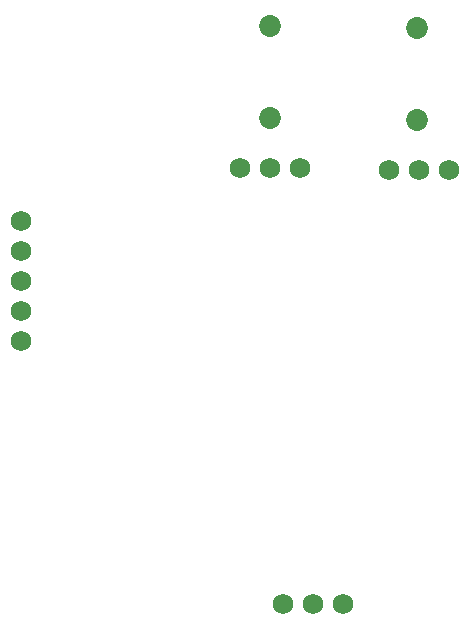
<source format=gbs>
G04*
G04 #@! TF.GenerationSoftware,Altium Limited,Altium Designer,25.1.2 (22)*
G04*
G04 Layer_Color=16711935*
%FSLAX44Y44*%
%MOMM*%
G71*
G04*
G04 #@! TF.SameCoordinates,396CCE72-0539-44A8-A966-444F56D6D9DB*
G04*
G04*
G04 #@! TF.FilePolarity,Negative*
G04*
G01*
G75*
%ADD14C,1.7272*%
%ADD15C,1.8532*%
D14*
X530860Y749300D02*
D03*
Y723900D02*
D03*
Y647700D02*
D03*
Y673100D02*
D03*
Y698500D02*
D03*
X716280Y793750D02*
D03*
X767080D02*
D03*
X741680D02*
D03*
X842010Y792480D02*
D03*
X892810D02*
D03*
X867410D02*
D03*
X752220Y424934D02*
D03*
X803020D02*
D03*
X777620D02*
D03*
D15*
X741680Y914030D02*
D03*
Y836030D02*
D03*
X866140Y912760D02*
D03*
Y834760D02*
D03*
M02*

</source>
